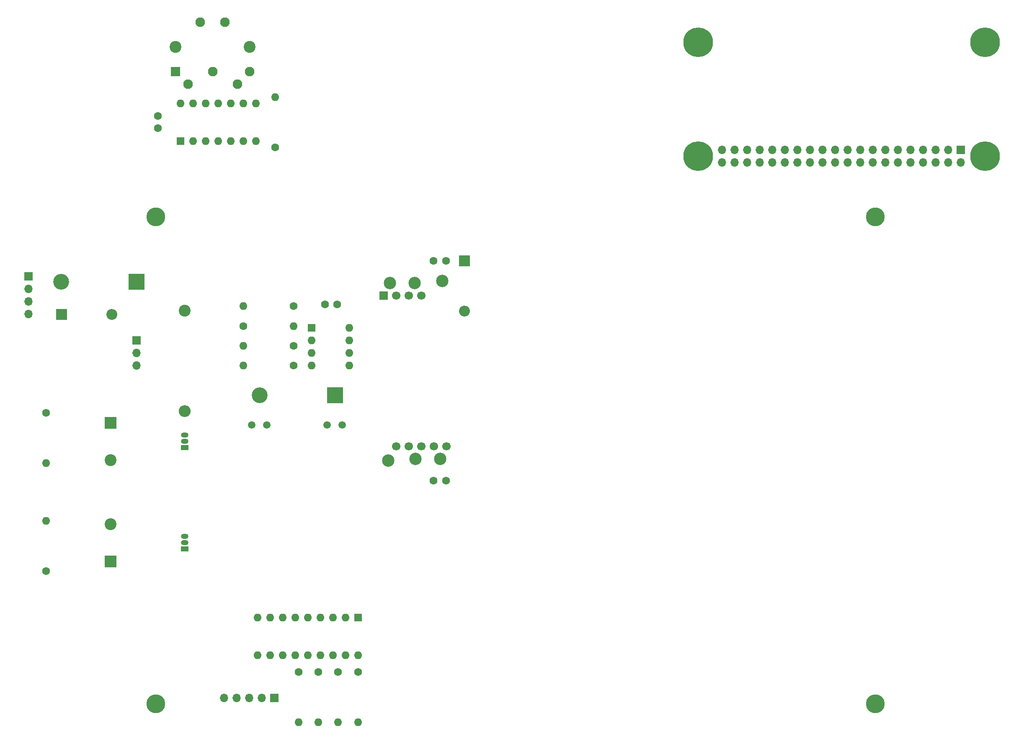
<source format=gbr>
%TF.GenerationSoftware,KiCad,Pcbnew,6.0.2+dfsg-1*%
%TF.CreationDate,2023-05-30T20:03:52-04:00*%
%TF.ProjectId,nabu_pizero_adapter,6e616275-5f70-4697-9a65-726f5f616461,1.0*%
%TF.SameCoordinates,Original*%
%TF.FileFunction,Soldermask,Top*%
%TF.FilePolarity,Negative*%
%FSLAX46Y46*%
G04 Gerber Fmt 4.6, Leading zero omitted, Abs format (unit mm)*
G04 Created by KiCad (PCBNEW 6.0.2+dfsg-1) date 2023-05-30 20:03:52*
%MOMM*%
%LPD*%
G01*
G04 APERTURE LIST*
%ADD10C,1.600000*%
%ADD11O,1.600000X1.600000*%
%ADD12C,6.000000*%
%ADD13R,1.700000X1.700000*%
%ADD14O,1.700000X1.700000*%
%ADD15C,3.800000*%
%ADD16R,2.400000X2.400000*%
%ADD17C,2.400000*%
%ADD18R,3.200000X3.200000*%
%ADD19O,3.200000X3.200000*%
%ADD20R,1.600000X1.600000*%
%ADD21R,1.500000X1.050000*%
%ADD22O,1.500000X1.050000*%
%ADD23C,1.500000*%
%ADD24R,1.950000X1.950000*%
%ADD25C,1.950000*%
%ADD26R,2.200000X2.200000*%
%ADD27O,2.200000X2.200000*%
%ADD28C,2.500000*%
%ADD29C,1.700000*%
%ADD30O,2.400000X2.400000*%
G04 APERTURE END LIST*
D10*
%TO.C,R8*%
X109853400Y-102059400D03*
D11*
X99693400Y-102059400D03*
%TD*%
D10*
%TO.C,C4*%
X140663600Y-80901200D03*
X138163600Y-80901200D03*
%TD*%
%TO.C,R1*%
X106115000Y-57937400D03*
D11*
X106115000Y-47777400D03*
%TD*%
D12*
%TO.C,J1*%
X191638200Y-36718200D03*
X249638200Y-36718200D03*
X191638200Y-59718200D03*
X249638200Y-59718200D03*
D13*
X244768200Y-58448200D03*
D14*
X244768200Y-60988200D03*
X242228200Y-58448200D03*
X242228200Y-60988200D03*
X239688200Y-58448200D03*
X239688200Y-60988200D03*
X237148200Y-58448200D03*
X237148200Y-60988200D03*
X234608200Y-58448200D03*
X234608200Y-60988200D03*
X232068200Y-58448200D03*
X232068200Y-60988200D03*
X229528200Y-58448200D03*
X229528200Y-60988200D03*
X226988200Y-58448200D03*
X226988200Y-60988200D03*
X224448200Y-58448200D03*
X224448200Y-60988200D03*
X221908200Y-58448200D03*
X221908200Y-60988200D03*
X219368200Y-58448200D03*
X219368200Y-60988200D03*
X216828200Y-58448200D03*
X216828200Y-60988200D03*
X214288200Y-58448200D03*
X214288200Y-60988200D03*
X211748200Y-58448200D03*
X211748200Y-60988200D03*
X209208200Y-58448200D03*
X209208200Y-60988200D03*
X206668200Y-58448200D03*
X206668200Y-60988200D03*
X204128200Y-58448200D03*
X204128200Y-60988200D03*
X201588200Y-58448200D03*
X201588200Y-60988200D03*
X199048200Y-58448200D03*
X199048200Y-60988200D03*
X196508200Y-58448200D03*
X196508200Y-60988200D03*
%TD*%
D10*
%TO.C,R5*%
X99705800Y-94082200D03*
D11*
X109865800Y-94082200D03*
%TD*%
D15*
%TO.C,H2*%
X227500000Y-72000000D03*
%TD*%
D13*
%TO.C,J5*%
X106001400Y-169268000D03*
D14*
X103461400Y-169268000D03*
X100921400Y-169268000D03*
X98381400Y-169268000D03*
X95841400Y-169268000D03*
%TD*%
D10*
%TO.C,R9*%
X118885200Y-164058600D03*
D11*
X118885200Y-174218600D03*
%TD*%
D15*
%TO.C,H4*%
X227500000Y-170500000D03*
%TD*%
D16*
%TO.C,C2*%
X72833200Y-141670400D03*
D17*
X72833200Y-134170400D03*
%TD*%
D18*
%TO.C,D3*%
X118235400Y-108053800D03*
D19*
X102995400Y-108053800D03*
%TD*%
D13*
%TO.C,J4*%
X78141400Y-97023000D03*
D14*
X78141400Y-99563000D03*
X78141400Y-102103000D03*
%TD*%
D20*
%TO.C,U1*%
X87034600Y-56657400D03*
D11*
X89574600Y-56657400D03*
X92114600Y-56657400D03*
X94654600Y-56657400D03*
X97194600Y-56657400D03*
X99734600Y-56657400D03*
X102274600Y-56657400D03*
X102274600Y-49037400D03*
X99734600Y-49037400D03*
X97194600Y-49037400D03*
X94654600Y-49037400D03*
X92114600Y-49037400D03*
X89574600Y-49037400D03*
X87034600Y-49037400D03*
%TD*%
D20*
%TO.C,U3*%
X113546400Y-94424000D03*
D11*
X113546400Y-96964000D03*
X113546400Y-99504000D03*
X113546400Y-102044000D03*
X121166400Y-102044000D03*
X121166400Y-99504000D03*
X121166400Y-96964000D03*
X121166400Y-94424000D03*
%TD*%
D21*
%TO.C,U5*%
X87833200Y-118670400D03*
D22*
X87833200Y-117400400D03*
X87833200Y-116130400D03*
%TD*%
D23*
%TO.C,F1*%
X104415400Y-114048200D03*
X101365400Y-114048200D03*
X119665400Y-114048200D03*
X116615400Y-114048200D03*
%TD*%
D17*
%TO.C,J2*%
X101000000Y-37668200D03*
X86000000Y-37668200D03*
D24*
X86000000Y-42668200D03*
D25*
X93500000Y-42668200D03*
X101000000Y-42668200D03*
X88500000Y-45168200D03*
X98500000Y-45168200D03*
X96000000Y-32668200D03*
X91000000Y-32668200D03*
%TD*%
D26*
%TO.C,D4*%
X144448200Y-80901200D03*
D27*
X144448200Y-91061200D03*
%TD*%
D10*
%TO.C,R4*%
X59833200Y-143670400D03*
D11*
X59833200Y-133510400D03*
%TD*%
D15*
%TO.C,H3*%
X82000000Y-170500000D03*
%TD*%
D10*
%TO.C,C3*%
X140663600Y-125325800D03*
X138163600Y-125325800D03*
%TD*%
%TO.C,R7*%
X109853400Y-98059400D03*
D11*
X99693400Y-98059400D03*
%TD*%
D20*
%TO.C,U2*%
X122887400Y-153058600D03*
D11*
X120347400Y-153058600D03*
X117807400Y-153058600D03*
X115267400Y-153058600D03*
X112727400Y-153058600D03*
X110187400Y-153058600D03*
X107647400Y-153058600D03*
X105107400Y-153058600D03*
X102567400Y-153058600D03*
X102567400Y-160678600D03*
X105107400Y-160678600D03*
X107647400Y-160678600D03*
X110187400Y-160678600D03*
X112727400Y-160678600D03*
X115267400Y-160678600D03*
X117807400Y-160678600D03*
X120347400Y-160678600D03*
X122887400Y-160678600D03*
%TD*%
D28*
%TO.C,U4*%
X139903200Y-84992200D03*
X128981200Y-121314200D03*
X134362190Y-85373200D03*
X134522210Y-120933200D03*
X129362200Y-85373200D03*
X139522200Y-120933200D03*
D13*
X128092200Y-87913200D03*
D29*
X130632200Y-87913200D03*
X133172200Y-87913200D03*
X135712200Y-87913200D03*
X140792200Y-118393200D03*
X138252200Y-118393200D03*
X135712200Y-118393200D03*
X133172200Y-118393200D03*
X130632200Y-118393200D03*
%TD*%
D10*
%TO.C,R10*%
X114885200Y-164058600D03*
D11*
X114885200Y-174218600D03*
%TD*%
D18*
%TO.C,D1*%
X78116000Y-85095400D03*
D19*
X62876000Y-85095400D03*
%TD*%
D10*
%TO.C,R11*%
X110885200Y-164058600D03*
D11*
X110885200Y-174218600D03*
%TD*%
D10*
%TO.C,R12*%
X122885200Y-164058600D03*
D11*
X122885200Y-174218600D03*
%TD*%
D26*
%TO.C,D2*%
X62926800Y-91724800D03*
D27*
X73086800Y-91724800D03*
%TD*%
D10*
%TO.C,C5*%
X118701840Y-89681200D03*
X116201840Y-89681200D03*
%TD*%
D17*
%TO.C,R2*%
X87818800Y-90988200D03*
D30*
X87818800Y-111308200D03*
%TD*%
D16*
%TO.C,C1*%
X72833200Y-113670400D03*
D17*
X72833200Y-121170400D03*
%TD*%
D21*
%TO.C,U6*%
X87833200Y-139170400D03*
D22*
X87833200Y-137900400D03*
X87833200Y-136630400D03*
%TD*%
D15*
%TO.C,H1*%
X82000000Y-72000000D03*
%TD*%
D10*
%TO.C,R6*%
X109865800Y-90082200D03*
D11*
X99705800Y-90082200D03*
%TD*%
D13*
%TO.C,J3*%
X56297400Y-84064000D03*
D14*
X56297400Y-86604000D03*
X56297400Y-89144000D03*
X56297400Y-91684000D03*
%TD*%
D10*
%TO.C,C6*%
X82416800Y-51582000D03*
X82416800Y-54082000D03*
%TD*%
%TO.C,R3*%
X59833200Y-111670400D03*
D11*
X59833200Y-121830400D03*
%TD*%
M02*

</source>
